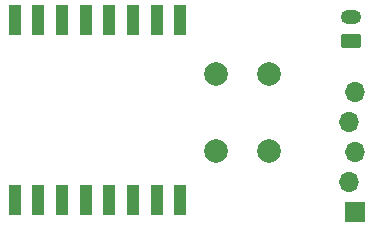
<source format=gbr>
%TF.GenerationSoftware,KiCad,Pcbnew,(6.0.0)*%
%TF.CreationDate,2022-03-02T17:10:44+00:00*%
%TF.ProjectId,Window sensor V5,57696e64-6f77-4207-9365-6e736f722056,rev?*%
%TF.SameCoordinates,Original*%
%TF.FileFunction,Soldermask,Bot*%
%TF.FilePolarity,Negative*%
%FSLAX46Y46*%
G04 Gerber Fmt 4.6, Leading zero omitted, Abs format (unit mm)*
G04 Created by KiCad (PCBNEW (6.0.0)) date 2022-03-02 17:10:44*
%MOMM*%
%LPD*%
G01*
G04 APERTURE LIST*
G04 Aperture macros list*
%AMRoundRect*
0 Rectangle with rounded corners*
0 $1 Rounding radius*
0 $2 $3 $4 $5 $6 $7 $8 $9 X,Y pos of 4 corners*
0 Add a 4 corners polygon primitive as box body*
4,1,4,$2,$3,$4,$5,$6,$7,$8,$9,$2,$3,0*
0 Add four circle primitives for the rounded corners*
1,1,$1+$1,$2,$3*
1,1,$1+$1,$4,$5*
1,1,$1+$1,$6,$7*
1,1,$1+$1,$8,$9*
0 Add four rect primitives between the rounded corners*
20,1,$1+$1,$2,$3,$4,$5,0*
20,1,$1+$1,$4,$5,$6,$7,0*
20,1,$1+$1,$6,$7,$8,$9,0*
20,1,$1+$1,$8,$9,$2,$3,0*%
G04 Aperture macros list end*
%ADD10C,2.000000*%
%ADD11R,1.700000X1.700000*%
%ADD12O,1.700000X1.700000*%
%ADD13R,1.000000X2.500000*%
%ADD14RoundRect,0.250000X0.625000X-0.350000X0.625000X0.350000X-0.625000X0.350000X-0.625000X-0.350000X0*%
%ADD15O,1.750000X1.200000*%
G04 APERTURE END LIST*
D10*
%TO.C,SW2*%
X138394000Y-75002000D03*
X138394000Y-81502000D03*
X133894000Y-75002000D03*
X133894000Y-81502000D03*
%TD*%
D11*
%TO.C,J2*%
X145694400Y-86609000D03*
D12*
X145186400Y-84069000D03*
X145694400Y-81529000D03*
X145186400Y-78989000D03*
X145694400Y-76449000D03*
%TD*%
D13*
%TO.C,U3*%
X116896000Y-70403400D03*
X118896000Y-70403400D03*
X120896000Y-70403400D03*
X122896000Y-70403400D03*
X124896000Y-70403400D03*
X126896000Y-70403400D03*
X128896000Y-70403400D03*
X130896000Y-70403400D03*
X130896000Y-85603400D03*
X128896000Y-85603400D03*
X126896000Y-85603400D03*
X124896000Y-85603400D03*
X122896000Y-85603400D03*
X120896000Y-85603400D03*
X118896000Y-85603400D03*
X116896000Y-85603400D03*
%TD*%
D14*
%TO.C,J1*%
X145375800Y-72170800D03*
D15*
X145375800Y-70170800D03*
%TD*%
M02*

</source>
